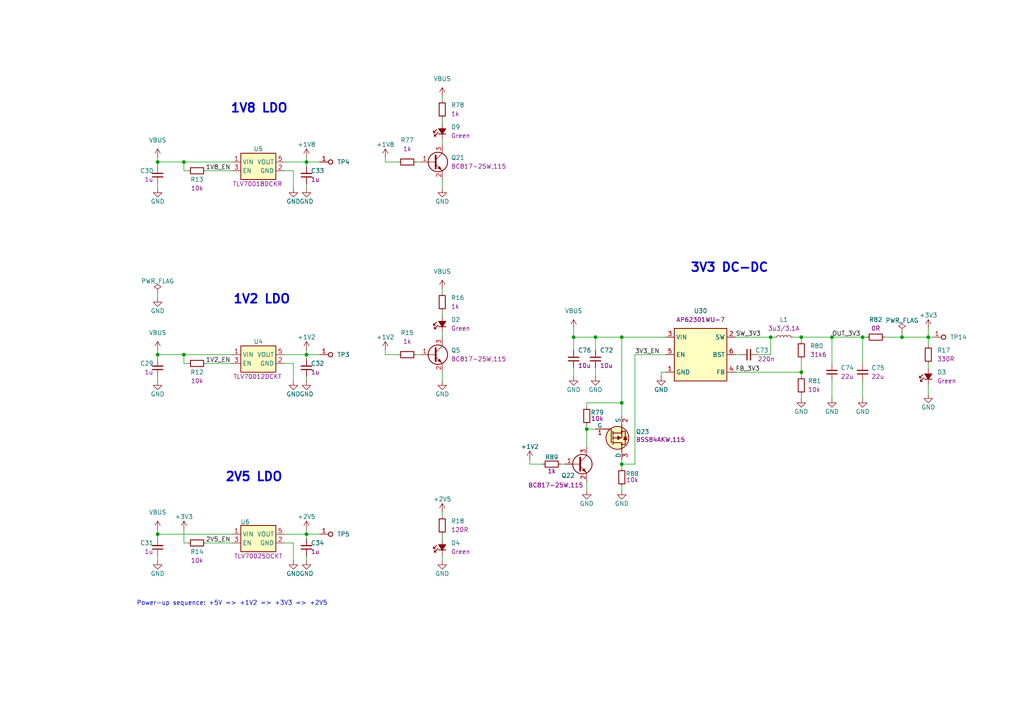
<source format=kicad_sch>
(kicad_sch (version 20231120) (generator "eeschema") (generator_version "8.0")
  (paper "A4")
  (title_block (title "LED Panel Board") (date "2025-02-04") (rev "1.0.0"))
  (junction (at 172.72 97.79))
  (junction (at 88.9 102.87))
  (junction (at 269.24 97.79))
  (junction (at 180.34 97.79))
  (junction (at 166.37 97.79))
  (junction (at 223.52 97.79))
  (junction (at 88.9 154.94))
  (junction (at 180.34 116.84))
  (junction (at 170.18 124.46))
  (junction (at 88.9 46.99))
  (junction (at 180.34 134.62))
  (junction (at 45.72 102.87))
  (junction (at 45.72 46.99))
  (junction (at 53.34 102.87))
  (junction (at 232.41 107.95))
  (junction (at 45.72 154.94))
  (junction (at 250.19 97.79))
  (junction (at 53.34 46.99))
  (junction (at 241.3 97.79))
  (junction (at 261.62 97.79))
  (junction (at 232.41 97.79))
  (wire (pts (xy 54.61 105.41) (xy 53.34 105.41)))
  (wire (pts (xy 172.72 106.68) (xy 172.72 109.22)))
  (wire (pts (xy 241.3 110.49) (xy 241.3 115.57)))
  (wire (pts (xy 153.67 134.62) (xy 157.48 134.62)))
  (wire (pts (xy 170.18 118.11) (xy 170.18 116.84)))
  (wire (pts (xy 45.72 102.87) (xy 53.34 102.87)))
  (wire (pts (xy 45.72 154.94) (xy 67.31 154.94)))
  (wire (pts (xy 82.55 154.94) (xy 88.9 154.94)))
  (wire (pts (xy 232.41 114.3) (xy 232.41 115.57)))
  (wire (pts (xy 82.55 157.48) (xy 85.09 157.48)))
  (wire (pts (xy 45.72 161.29) (xy 45.72 162.56)))
  (wire (pts (xy 85.09 105.41) (xy 85.09 110.49)))
  (wire (pts (xy 53.34 153.67) (xy 53.34 157.48)))
  (wire (pts (xy 45.72 153.67) (xy 45.72 154.94)))
  (wire (pts (xy 88.9 102.87) (xy 92.71 102.87)))
  (wire (pts (xy 59.69 157.48) (xy 67.31 157.48)))
  (wire (pts (xy 184.15 134.62) (xy 184.15 102.87)))
  (wire (pts (xy 241.3 97.79) (xy 232.41 97.79)))
  (wire (pts (xy 53.34 102.87) (xy 67.31 102.87)))
  (wire (pts (xy 223.52 97.79) (xy 224.79 97.79)))
  (wire (pts (xy 180.34 140.97) (xy 180.34 142.24)))
  (wire (pts (xy 128.27 40.64) (xy 128.27 41.91)))
  (wire (pts (xy 166.37 97.79) (xy 172.72 97.79)))
  (wire (pts (xy 269.24 111.76) (xy 269.24 114.3)))
  (wire (pts (xy 88.9 46.99) (xy 92.71 46.99)))
  (wire (pts (xy 128.27 96.52) (xy 128.27 97.79)))
  (wire (pts (xy 128.27 54.61) (xy 128.27 52.07)))
  (wire (pts (xy 180.34 134.62) (xy 180.34 135.89)))
  (wire (pts (xy 180.34 134.62) (xy 184.15 134.62)))
  (wire (pts (xy 128.27 27.94) (xy 128.27 29.21)))
  (wire (pts (xy 45.72 154.94) (xy 45.72 156.21)))
  (wire (pts (xy 269.24 97.79) (xy 269.24 100.33)))
  (wire (pts (xy 269.24 97.79) (xy 270.51 97.79)))
  (wire (pts (xy 45.72 46.99) (xy 45.72 48.26)))
  (wire (pts (xy 241.3 97.79) (xy 250.19 97.79)))
  (wire (pts (xy 166.37 95.25) (xy 166.37 97.79)))
  (wire (pts (xy 53.34 49.53) (xy 53.34 46.99)))
  (wire (pts (xy 111.76 45.72) (xy 111.76 46.99)))
  (wire (pts (xy 45.72 46.99) (xy 53.34 46.99)))
  (wire (pts (xy 229.87 97.79) (xy 232.41 97.79)))
  (wire (pts (xy 172.72 124.46) (xy 170.18 124.46)))
  (wire (pts (xy 59.69 49.53) (xy 67.31 49.53)))
  (wire (pts (xy 232.41 97.79) (xy 232.41 99.06)))
  (wire (pts (xy 111.76 102.87) (xy 115.57 102.87)))
  (wire (pts (xy 170.18 116.84) (xy 180.34 116.84)))
  (wire (pts (xy 45.72 101.6) (xy 45.72 102.87)))
  (wire (pts (xy 82.55 49.53) (xy 85.09 49.53)))
  (wire (pts (xy 170.18 124.46) (xy 170.18 129.54)))
  (wire (pts (xy 166.37 106.68) (xy 166.37 109.22)))
  (wire (pts (xy 219.71 102.87) (xy 223.52 102.87)))
  (wire (pts (xy 162.56 134.62) (xy 163.83 134.62)))
  (wire (pts (xy 53.34 105.41) (xy 53.34 102.87)))
  (wire (pts (xy 191.77 109.22) (xy 191.77 107.95)))
  (wire (pts (xy 88.9 101.6) (xy 88.9 102.87)))
  (wire (pts (xy 128.27 162.56) (xy 128.27 161.29)))
  (wire (pts (xy 120.65 102.87) (xy 121.92 102.87)))
  (wire (pts (xy 232.41 107.95) (xy 232.41 109.22)))
  (wire (pts (xy 180.34 97.79) (xy 180.34 116.84)))
  (wire (pts (xy 170.18 142.24) (xy 170.18 139.7)))
  (wire (pts (xy 88.9 45.72) (xy 88.9 46.99)))
  (wire (pts (xy 172.72 101.6) (xy 172.72 97.79)))
  (wire (pts (xy 180.34 97.79) (xy 193.04 97.79)))
  (wire (pts (xy 111.76 101.6) (xy 111.76 102.87)))
  (wire (pts (xy 88.9 46.99) (xy 88.9 48.26)))
  (wire (pts (xy 85.09 157.48) (xy 85.09 162.56)))
  (wire (pts (xy 53.34 46.99) (xy 67.31 46.99)))
  (wire (pts (xy 213.36 97.79) (xy 223.52 97.79)))
  (wire (pts (xy 170.18 124.46) (xy 170.18 123.19)))
  (wire (pts (xy 88.9 154.94) (xy 92.71 154.94)))
  (wire (pts (xy 88.9 53.34) (xy 88.9 54.61)))
  (wire (pts (xy 128.27 154.94) (xy 128.27 156.21)))
  (wire (pts (xy 153.67 133.35) (xy 153.67 134.62)))
  (wire (pts (xy 88.9 153.67) (xy 88.9 154.94)))
  (wire (pts (xy 88.9 109.22) (xy 88.9 110.49)))
  (wire (pts (xy 45.72 85.09) (xy 45.72 86.36)))
  (wire (pts (xy 213.36 102.87) (xy 214.63 102.87)))
  (wire (pts (xy 82.55 102.87) (xy 88.9 102.87)))
  (wire (pts (xy 128.27 34.29) (xy 128.27 35.56)))
  (wire (pts (xy 53.34 157.48) (xy 54.61 157.48)))
  (wire (pts (xy 45.72 45.72) (xy 45.72 46.99)))
  (wire (pts (xy 54.61 49.53) (xy 53.34 49.53)))
  (wire (pts (xy 180.34 116.84) (xy 180.34 120.65)))
  (wire (pts (xy 166.37 101.6) (xy 166.37 97.79)))
  (wire (pts (xy 232.41 104.14) (xy 232.41 107.95)))
  (wire (pts (xy 45.72 109.22) (xy 45.72 110.49)))
  (wire (pts (xy 180.34 133.35) (xy 180.34 134.62)))
  (wire (pts (xy 85.09 49.53) (xy 85.09 54.61)))
  (wire (pts (xy 88.9 161.29) (xy 88.9 162.56)))
  (wire (pts (xy 88.9 154.94) (xy 88.9 156.21)))
  (wire (pts (xy 250.19 97.79) (xy 251.46 97.79)))
  (wire (pts (xy 256.54 97.79) (xy 261.62 97.79)))
  (wire (pts (xy 59.69 105.41) (xy 67.31 105.41)))
  (wire (pts (xy 261.62 97.79) (xy 269.24 97.79)))
  (wire (pts (xy 172.72 97.79) (xy 180.34 97.79)))
  (wire (pts (xy 111.76 46.99) (xy 115.57 46.99)))
  (wire (pts (xy 128.27 83.82) (xy 128.27 85.09)))
  (wire (pts (xy 45.72 102.87) (xy 45.72 104.14)))
  (wire (pts (xy 128.27 90.17) (xy 128.27 91.44)))
  (wire (pts (xy 241.3 105.41) (xy 241.3 97.79)))
  (wire (pts (xy 250.19 110.49) (xy 250.19 115.57)))
  (wire (pts (xy 120.65 46.99) (xy 121.92 46.99)))
  (wire (pts (xy 128.27 110.49) (xy 128.27 107.95)))
  (wire (pts (xy 184.15 102.87) (xy 193.04 102.87)))
  (wire (pts (xy 82.55 105.41) (xy 85.09 105.41)))
  (wire (pts (xy 128.27 148.59) (xy 128.27 149.86)))
  (wire (pts (xy 250.19 105.41) (xy 250.19 97.79)))
  (wire (pts (xy 223.52 102.87) (xy 223.52 97.79)))
  (wire (pts (xy 213.36 107.95) (xy 232.41 107.95)))
  (wire (pts (xy 191.77 107.95) (xy 193.04 107.95)))
  (wire (pts (xy 82.55 46.99) (xy 88.9 46.99)))
  (wire (pts (xy 261.62 96.52) (xy 261.62 97.79)))
  (wire (pts (xy 45.72 53.34) (xy 45.72 54.61)))
  (wire (pts (xy 269.24 95.25) (xy 269.24 97.79)))
  (wire (pts (xy 88.9 102.87) (xy 88.9 104.14)))
  (wire (pts (xy 269.24 105.41) (xy 269.24 106.68)))
  (text "1V2 LDO" (at 75.946 86.868 0) (effects (font (size 2.54 2.54) (thickness 0.508) (bold yes))))
  (text "3V3 DC-DC" (at 211.582 77.724 0) (effects (font (size 2.54 2.54) (thickness 0.508) (bold yes))))
  (text "2V5 LDO" (at 73.66 138.43 0) (effects (font (size 2.54 2.54) (thickness 0.508) (bold yes))))
  (text "Power-up sequence: +5V => +1V2 => +3V3 => +2V5" (at 67.31 175.006 0) (effects (font (size 1.27 1.27))))
  (text "1V8 LDO" (at 75.184 31.496 0) (effects (font (size 2.54 2.54) (thickness 0.508) (bold yes))))
  (label "1V8_EN" (at 59.69 49.53 0))
  (label "1V2_EN" (at 59.69 105.41 0))
  (label "3V3_EN" (at 184.15 102.87 0))
  (label "OUT_3V3" (at 241.3 97.79 0))
  (label "SW_3V3" (at 213.36 97.79 0))
  (label "FB_3V3" (at 213.36 107.95 0))
  (label "2V5_EN" (at 59.69 157.48 0))
  (symbol (lib_id "antmicroResistors0402:R_1k_0402") (at 128.27 29.21 270) (unit 1)
    (property "Reference" "R78" (at 130.81 30.48 90) (effects (justify left)))
    (property "Value" "R_1k_0402" (effects (hide yes)))
    (property "Footprint" "antmicro-footprints:R_0402_1005Metric" (effects (hide yes)))
    (property "Datasheet" "https://www.bourns.com/docs/product-datasheets/cr.pdf" (effects (hide yes)))
    (property "Description" "SMD Chip Resistor, 1 kohm, ± 1%, 63 mW, 0402 [1005 Metric], Thick Film, General Purpose" (effects (hide yes)))
    (property "MPN" "CR0402-FX-1001GLF" (effects (hide yes)))
    (property "Manufacturer" "Bourns" (effects (hide yes)))
    (property "License" "Apache-2.0" (effects (hide yes)))
    (property "Author" "Antmicro" (effects (hide yes)))
    (property "Val" "1k" (at 130.81 33.02 90) (effects (justify left)))
    (property "Tolerance" "1%" (effects (hide yes)))
  )
  (symbol (lib_id "antmicroCapacitors0402:C_1u_16V_0402") (at 45.72 161.29 90) (unit 1)
    (property "Reference" "C31" (at 40.64 157.48 90) (effects (justify right)))
    (property "Value" "C_1u_16V_0402" (effects (hide yes)))
    (property "Footprint" "antmicro-footprints:C_0402_1005Metric" (effects (hide yes)))
    (property "Datasheet" "https://www.kemet.com/en/us/capacitors/product/C0402C105M4PACTU.html" (effects (hide yes)))
    (property "Description" "SMD Multilayer Ceramic Capacitor, 1 µF, 16 V, 0402 [1005 Metric], ± 20%, X5R, C Series KEMET" (effects (hide yes)))
    (property "MPN" "C0402C105M4PACTU" (effects (hide yes)))
    (property "Manufacturer" "KEMET" (effects (hide yes)))
    (property "License" "Apache-2.0" (effects (hide yes)))
    (property "Author" "Antmicro" (effects (hide yes)))
    (property "Val" "1u" (at 41.91 160.02 90) (effects (justify right)))
    (property "Voltage" "16V" (effects (hide yes)))
  )
  (symbol (lib_id "antmicropower:GND") (at 45.72 54.61 0) (unit 1)
    (property "Reference" "#PWR0224" (effects (hide yes)))
    (property "Value" "GND" (at 45.72 58.42 0))
    (property "Author" "Antmicro" (effects (hide yes)))
    (property "License" "Apache-2.0" (effects (hide yes)))
  )
  (symbol (lib_id "antmicropower:VBUS") (at 128.27 27.94 0) (unit 1)
    (property "Reference" "#PWR0229" (effects (hide yes)))
    (property "Value" "VBUS" (at 128.27 22.86 0))
  )
  (symbol (lib_id "antmicroCapacitors0402:C_1u_16V_0402") (at 45.72 53.34 90) (unit 1)
    (property "Reference" "C30" (at 40.64 49.53 90) (effects (justify right)))
    (property "Value" "C_1u_16V_0402" (effects (hide yes)))
    (property "Footprint" "antmicro-footprints:C_0402_1005Metric" (effects (hide yes)))
    (property "Datasheet" "https://www.kemet.com/en/us/capacitors/product/C0402C105M4PACTU.html" (effects (hide yes)))
    (property "Description" "SMD Multilayer Ceramic Capacitor, 1 µF, 16 V, 0402 [1005 Metric], ± 20%, X5R, C Series KEMET" (effects (hide yes)))
    (property "MPN" "C0402C105M4PACTU" (effects (hide yes)))
    (property "Manufacturer" "KEMET" (effects (hide yes)))
    (property "License" "Apache-2.0" (effects (hide yes)))
    (property "Author" "Antmicro" (effects (hide yes)))
    (property "Val" "1u" (at 41.91 52.07 90) (effects (justify right)))
    (property "Voltage" "16V" (effects (hide yes)))
  )
  (symbol (lib_id "antmicroTransistorsFETsMOSFETsSingle:BSS84AKW") (at 172.72 124.46 0) (mirror x) (unit 1)
    (property "Reference" "Q23" (at 184.404 125.222 0) (effects (justify left)))
    (property "Value" "BSS84AKW" (effects (hide yes)))
    (property "Footprint" "antmicro-footprints:SOT-323" (effects (hide yes)))
    (property "Datasheet" "https://assets.nexperia.com/documents/data-sheet/BSS84AKW.pdf" (effects (hide yes)))
    (property "Description" "Power MOSFET, P Channel, 50 V, 150 mA, 4.5 ohm, SOT-323, Surface Mount" (effects (hide yes)))
    (property "MPN" "BSS84AKW,115" (at 184.404 127.508 0) (effects (justify left)))
    (property "Manufacturer" "Nexperia" (effects (hide yes)))
    (property "Author" "Antmicro" (effects (hide yes)))
    (property "License" "Apache-2.0" (effects (hide yes)))
  )
  (symbol (lib_id "antmicropower:GND") (at 128.27 110.49 0) (unit 1)
    (property "Reference" "#PWR069" (effects (hide yes)))
    (property "Value" "GND" (at 128.27 114.3 0))
    (property "Author" "Antmicro" (effects (hide yes)))
    (property "License" "Apache-2.0" (effects (hide yes)))
  )
  (symbol (lib_id "antmicropower:+1V2") (at 111.76 101.6 0) (unit 1)
    (property "Reference" "#PWR067" (effects (hide yes)))
    (property "Value" "+1V2" (at 111.76 97.79 0))
  )
  (symbol (lib_id "antmicropower:+2V5") (at 128.27 148.59 0) (unit 1)
    (property "Reference" "#PWR072" (effects (hide yes)))
    (property "Value" "+2V5" (at 128.27 144.78 0))
  )
  (symbol (lib_id "antmicropower:GND") (at 180.34 142.24 0) (unit 1)
    (property "Reference" "#PWR0124" (effects (hide yes)))
    (property "Value" "GND" (at 180.34 146.05 0))
    (property "Author" "Antmicro" (effects (hide yes)))
    (property "License" "Apache-2.0" (effects (hide yes)))
  )
  (symbol (lib_id "antmicroFixedInductors:L_3u3_3.1A_Bourns-SRP3212A") (at 224.79 97.79 0) (unit 1)
    (property "Reference" "L1" (at 227.33 92.71 0))
    (property "Value" "L_3u3_3.1A_Bourns-SRP3212A" (effects (hide yes)))
    (property "Footprint" "antmicro-footprints:L_Bourns-SRP3212A" (effects (hide yes)))
    (property "Datasheet" "https://www.mouser.com/datasheet/2/54/SRP3212A-3011944.pdf" (effects (hide yes)))
    (property "Val" "3u3/3.1A" (at 227.33 95.25 0))
    (property "Manufacturer" "Bourns" (effects (hide yes)))
    (property "MPN" "SRP3212-3R3M" (effects (hide yes)))
    (property "ISat" "3.4 A" (effects (hide yes)))
    (property "IMax" "3.1 A" (effects (hide yes)))
    (property "Size" "3.2x2.5" (effects (hide yes)))
    (property "Author" "Antmicro" (effects (hide yes)))
    (property "License" "Apache-2.0" (effects (hide yes)))
  )
  (symbol (lib_id "antmicroPMICVoltageRegulatorsLinear:TLV70012_SC70") (at 67.31 102.87 0) (unit 1)
    (property "Reference" "U4" (at 74.93 99.06 0))
    (property "Value" "TLV70012_SC70" (effects (hide yes)))
    (property "Footprint" "antmicro-footprints:SC-70-5" (effects (hide yes)))
    (property "Datasheet" "https://www.ti.com/general/docs/suppproductinfo.tsp?distId=26&gotoUrl=http%3A%2F%2Fwww.ti.com%2Flit%2Fgpn%2Ftlv700" (effects (hide yes)))
    (property "Description" "Linear voltage regulator" (effects (hide yes)))
    (property "MPN" "TLV70012DCKT" (at 74.676 109.22 0))
    (property "Manufacturer" "Texas Instruments" (effects (hide yes)))
    (property "Author" "Antmicro" (effects (hide yes)))
    (property "License" "Apache-2.0" (effects (hide yes)))
  )
  (symbol (lib_id "antmicropower:+3V3") (at 269.24 95.25 0) (unit 1)
    (property "Reference" "#PWR0234" (effects (hide yes)))
    (property "Value" "+3V3" (at 269.24 91.44 0))
    (property "Author" "Antmicro" (effects (hide yes)))
    (property "License" "Apache-2.0" (effects (hide yes)))
  )
  (symbol (lib_id "antmicropower:GND") (at 85.09 110.49 0) (unit 1)
    (property "Reference" "#PWR058" (effects (hide yes)))
    (property "Value" "GND" (at 85.09 114.3 0))
    (property "Author" "Antmicro" (effects (hide yes)))
    (property "License" "Apache-2.0" (effects (hide yes)))
  )
  (symbol (lib_id "antmicroCapacitors0402:C_1u_16V_0402") (at 88.9 161.29 90) (unit 1)
    (property "Reference" "C34" (at 90.17 157.48 90) (effects (justify right)))
    (property "Value" "C_1u_16V_0402" (effects (hide yes)))
    (property "Footprint" "antmicro-footprints:C_0402_1005Metric" (effects (hide yes)))
    (property "Datasheet" "https://www.kemet.com/en/us/capacitors/product/C0402C105M4PACTU.html" (effects (hide yes)))
    (property "Description" "SMD Multilayer Ceramic Capacitor, 1 µF, 16 V, 0402 [1005 Metric], ± 20%, X5R, C Series KEMET" (effects (hide yes)))
    (property "MPN" "C0402C105M4PACTU" (effects (hide yes)))
    (property "Manufacturer" "KEMET" (effects (hide yes)))
    (property "License" "Apache-2.0" (effects (hide yes)))
    (property "Author" "Antmicro" (effects (hide yes)))
    (property "Val" "1u" (at 90.17 160.02 90) (effects (justify right)))
    (property "Voltage" "16V" (effects (hide yes)))
  )
  (symbol (lib_id "antmicroLEDIndicationDiscrete:LED_G_0603_KP-1608CGCK") (at 128.27 96.52 90) (unit 1)
    (property "Reference" "D2" (at 130.81 92.71 90) (effects (justify right)))
    (property "Value" "LED_G_0603_KP-1608CGCK" (effects (hide yes)))
    (property "Footprint" "antmicro-footprints:LED_0603_1608Metric_G" (effects (hide yes)))
    (property "Datasheet" "http://www.kingbright.com/attachments/file/psearch//000/00/00/KP-1608CGCK(Ver.23B).pdf" (effects (hide yes)))
    (property "Description" "LED, Green, SMD, 0603, 20 mA, 2.1 V, 570 nm" (effects (hide yes)))
    (property "MPN" "KP-1608CGCK" (effects (hide yes)))
    (property "Manufacturer" "Kingbright" (effects (hide yes)))
    (property "Color" "Green" (at 130.81 95.2499 90) (effects (justify right)))
    (property "Author" "Antmicro" (effects (hide yes)))
    (property "License" "Apache-2.0" (effects (hide yes)))
  )
  (symbol (lib_id "antmicropower:GND") (at 45.72 110.49 0) (unit 1)
    (property "Reference" "#PWR051" (effects (hide yes)))
    (property "Value" "GND" (at 45.72 114.3 0))
    (property "Author" "Antmicro" (effects (hide yes)))
    (property "License" "Apache-2.0" (effects (hide yes)))
  )
  (symbol (lib_id "antmicroCapacitors0402:C_22u_0402") (at 250.19 110.49 90) (unit 1)
    (property "Reference" "C75" (at 252.73 106.68 90) (effects (justify right)))
    (property "Value" "C_22u_0402" (effects (hide yes)))
    (property "Footprint" "antmicro-footprints:C_0402_1005Metric" (effects (hide yes)))
    (property "Datasheet" "https://www.murata.com/products/productdetail?partno=GRM158R60J226ME01%23" (effects (hide yes)))
    (property "MPN" "GRM158R60J226ME01D" (effects (hide yes)))
    (property "Manufacturer" "Murata" (effects (hide yes)))
    (property "License" "Apache-2.0" (effects (hide yes)))
    (property "Author" "Antmicro" (effects (hide yes)))
    (property "Val" "22u" (at 252.73 109.22 90) (effects (justify right)))
  )
  (symbol (lib_id "antmicroResistors0402:R_330R_0402") (at 269.24 105.41 90) (unit 1)
    (property "Reference" "R17" (at 271.78 101.6 90) (effects (justify right)))
    (property "Value" "R_330R_0402" (effects (hide yes)))
    (property "Footprint" "antmicro-footprints:R_0402_1005Metric" (effects (hide yes)))
    (property "Datasheet" "https://www.bourns.com/docs/product-datasheets/cr.pdf" (effects (hide yes)))
    (property "Description" "SMD Chip Resistor, 330 ohm, ± 1%, 62.5 mW, 0402 [1005 Metric], Thick Film, General Purpose" (effects (hide yes)))
    (property "MPN" "CR0402-FX-3300GLF" (effects (hide yes)))
    (property "Manufacturer" "Bourns" (effects (hide yes)))
    (property "License" "Apache-2.0" (effects (hide yes)))
    (property "Author" "Antmicro" (effects (hide yes)))
    (property "Val" "330R" (at 271.78 104.14 90) (effects (justify right)))
    (property "Tolerance" "1%" (effects (hide yes)))
  )
  (symbol (lib_id "antmicroCapacitors0402:C_10u_0402") (at 172.72 106.68 90) (unit 1)
    (property "Reference" "C72" (at 173.99 101.6 90) (effects (justify right)))
    (property "Value" "C_10u_0402" (effects (hide yes)))
    (property "Footprint" "antmicro-footprints:C_0402_1005Metric" (effects (hide yes)))
    (property "Datasheet" "https://www.yageo.com/en/Chart/Download/pdf/CC0402MRX5R5BB106" (effects (hide yes)))
    (property "Description" "SMD Multilayer Ceramic Capacitor, 10 µF, 6.3 V, 0402 [1005 Metric], ± 20%, X5R, CC Series" (effects (hide yes)))
    (property "MPN" "CC0402MRX5R5BB106" (effects (hide yes)))
    (property "Manufacturer" "YAGEO" (effects (hide yes)))
    (property "License" "Apache-2.0" (effects (hide yes)))
    (property "Author" "Antmicro" (effects (hide yes)))
    (property "Val" "10u" (at 173.99 106.045 90) (effects (justify right)))
    (property "Voltage" "25V" (effects (hide yes)))
  )
  (symbol (lib_id "antmicropower:GND") (at 85.09 162.56 0) (unit 1)
    (property "Reference" "#PWR060" (effects (hide yes)))
    (property "Value" "GND" (at 85.09 166.37 0))
    (property "Author" "Antmicro" (effects (hide yes)))
    (property "License" "Apache-2.0" (effects (hide yes)))
  )
  (symbol (lib_id "antmicropower:+3V3") (at 53.34 153.67 0) (unit 1)
    (property "Reference" "#PWR057" (effects (hide yes)))
    (property "Value" "+3V3" (at 53.34 149.86 0))
    (property "Author" "Antmicro" (effects (hide yes)))
    (property "License" "Apache-2.0" (effects (hide yes)))
  )
  (symbol (lib_id "antmicroTestPoints:TP_0.75mm_SMD") (at 92.71 46.99 0) (mirror x) (unit 1) (in_bom no)
    (property "Reference" "TP4" (at 97.79 46.99 0) (effects (justify left)))
    (property "Value" "TP_0.75mm_SMD" (effects (hide yes)))
    (property "Footprint" "antmicro-footprints:TP_SMD_0.75mm" (effects (hide yes)))
    (property "Description" "SMT test point" (effects (hide yes)))
    (property "Author" "Antmicro" (effects (hide yes)))
    (property "License" "Apache-2.0" (effects (hide yes)))
  )
  (symbol (lib_id "antmicroPMICVoltageRegulatorsLinear:TLV70018_SC70") (at 67.31 46.99 0) (unit 1)
    (property "Reference" "U5" (at 74.93 43.18 0))
    (property "Value" "TLV70018_SC70" (effects (hide yes)))
    (property "Footprint" "antmicro-footprints:SC-70-5" (effects (hide yes)))
    (property "Datasheet" "https://www.ti.com/general/docs/suppproductinfo.tsp?distId=26&gotoUrl=http%3A%2F%2Fwww.ti.com%2Flit%2Fgpn%2Ftlv700" (effects (hide yes)))
    (property "Description" "Fixed LDO Voltage Regulator, 2V to 5.5V, 175mV drop, 1.8V/200mA out, SC-70-5" (effects (hide yes)))
    (property "MPN" "TLV70018DCKR" (at 74.676 53.34 0))
    (property "Manufacturer" "Texas Instruments" (effects (hide yes)))
    (property "Author" "Antmicro" (effects (hide yes)))
    (property "License" "Apache-2.0" (effects (hide yes)))
  )
  (symbol (lib_id "antmicroResistors0603:R_120R_0603") (at 128.27 154.94 270) (mirror x) (unit 1)
    (property "Reference" "R18" (at 130.81 151.13 90) (effects (justify left)))
    (property "Value" "R_120R_0603" (effects (hide yes)))
    (property "Footprint" "antmicro-footprints:R_0603_1608Metric" (effects (hide yes)))
    (property "Datasheet" "https://www.bourns.com/docs/product-datasheets/cr.pdf" (effects (hide yes)))
    (property "Description" "SMD Chip Resistor, 120 ohm, ± 1%, 100 mW, 0603 [1608 Metric], Thick Film, General Purpose" (effects (hide yes)))
    (property "MPN" "CR0603-FX-1200ELF" (effects (hide yes)))
    (property "Manufacturer" "Bourns" (effects (hide yes)))
    (property "License" "Apache-2.0" (effects (hide yes)))
    (property "Author" "Antmicro" (effects (hide yes)))
    (property "Val" "120R" (at 130.81 153.67 90) (effects (justify left)))
    (property "Tolerance" "1%" (effects (hide yes)))
  )
  (symbol (lib_id "antmicroTestPoints:TP_0.75mm_SMD") (at 92.71 154.94 0) (mirror x) (unit 1) (in_bom no)
    (property "Reference" "TP5" (at 97.79 154.94 0) (effects (justify left)))
    (property "Value" "TP_0.75mm_SMD" (effects (hide yes)))
    (property "Footprint" "antmicro-footprints:TP_SMD_0.75mm" (effects (hide yes)))
    (property "Description" "SMT test point" (effects (hide yes)))
    (property "Author" "Antmicro" (effects (hide yes)))
    (property "License" "Apache-2.0" (effects (hide yes)))
  )
  (symbol (lib_id "antmicropower:PWR_FLAG") (at 45.72 85.09 0) (unit 1)
    (property "Reference" "#FLG02" (effects (hide yes)))
    (property "Value" "PWR_FLAG" (at 45.72 81.534 0))
  )
  (symbol (lib_id "antmicroTransistorsBipolarSingle:BC817-25W") (at 121.92 46.99 0) (unit 1)
    (property "Reference" "Q21" (at 130.81 45.72 0) (effects (justify left)))
    (property "Value" "BC817-25W" (effects (hide yes)))
    (property "Footprint" "antmicro-footprints:SOT-323" (effects (hide yes)))
    (property "Datasheet" "https://assets.nexperia.com/documents/data-sheet/BC817W_SER.pdf" (effects (hide yes)))
    (property "Description" "Bipolar (BJT) Single Transistor, NPN, 45 V, 500 mA, 200 mW, SOT-323, Surface Mount" (effects (hide yes)))
    (property "MPN" "BC817-25W,115" (at 130.81 48.26 0) (effects (justify left)))
    (property "Manufacturer" "Nexperia" (effects (hide yes)))
    (property "Author" "Antmicro" (effects (hide yes)))
    (property "License" "Apache-2.0" (effects (hide yes)))
  )
  (symbol (lib_id "antmicropower:GND") (at 232.41 115.57 0) (unit 1)
    (property "Reference" "#PWR0236" (effects (hide yes)))
    (property "Value" "GND" (at 232.41 119.38 0))
    (property "Author" "Antmicro" (effects (hide yes)))
    (property "License" "Apache-2.0" (effects (hide yes)))
  )
  (symbol (lib_id "antmicropower:GND") (at 191.77 109.22 0) (unit 1)
    (property "Reference" "#PWR0235" (effects (hide yes)))
    (property "Value" "GND" (at 191.77 113.03 0))
    (property "Author" "Antmicro" (effects (hide yes)))
    (property "License" "Apache-2.0" (effects (hide yes)))
  )
  (symbol (lib_id "antmicroResistors0402:R_10k_0402") (at 180.34 135.89 270) (unit 1)
    (property "Reference" "R88" (at 183.388 137.414 90))
    (property "Value" "R_10k_0402" (effects (hide yes)))
    (property "Footprint" "antmicro-footprints:R_0402_1005Metric" (effects (hide yes)))
    (property "Datasheet" "https://www.bourns.com/docs/product-datasheets/cr.pdf" (effects (hide yes)))
    (property "Description" "SMD Chip Resistor, 10 kohm, ± 1%, 62.5 mW, 0402 [1005 Metric], Thick Film, General Purpose" (effects (hide yes)))
    (property "MPN" "CR0402-FX-1002GLF" (effects (hide yes)))
    (property "Manufacturer" "Bourns" (effects (hide yes)))
    (property "License" "Apache-2.0" (effects (hide yes)))
    (property "Author" "Antmicro" (effects (hide yes)))
    (property "Val" "10k" (at 183.388 139.192 90))
    (property "Tolerance" "1%" (effects (hide yes)))
  )
  (symbol (lib_id "antmicropower:GND") (at 128.27 162.56 0) (unit 1)
    (property "Reference" "#PWR073" (effects (hide yes)))
    (property "Value" "GND" (at 128.27 166.37 0))
    (property "Author" "Antmicro" (effects (hide yes)))
    (property "License" "Apache-2.0" (effects (hide yes)))
  )
  (symbol (lib_id "antmicroResistors0402:R_0R_0402") (at 251.46 97.79 0) (unit 1)
    (property "Reference" "R82" (at 254 92.71 0))
    (property "Value" "R_0R_0402" (effects (hide yes)))
    (property "Footprint" "antmicro-footprints:R_0402_1005Metric" (effects (hide yes)))
    (property "Datasheet" "https://industrial.panasonic.com/cdbs/www-data/pdf/RDA0000/AOA0000C301.pdf" (effects (hide yes)))
    (property "Description" "SMD Chip Resistor, Jumper, 0 ohm, 100 mW, 0402 [1005 Metric], Thick Film, General Purpose" (effects (hide yes)))
    (property "MPN" "ERJ2GE0R00X" (effects (hide yes)))
    (property "Manufacturer" "Panasonic" (effects (hide yes)))
    (property "License" "Apache-2.0" (effects (hide yes)))
    (property "Author" "Antmicro" (effects (hide yes)))
    (property "Val" "0R" (at 254 95.25 0))
    (property "Current" "1A" (effects (hide yes)))
  )
  (symbol (lib_id "antmicropower:GND") (at 45.72 162.56 0) (unit 1)
    (property "Reference" "#PWR055" (effects (hide yes)))
    (property "Value" "GND" (at 45.72 166.37 0))
    (property "Author" "Antmicro" (effects (hide yes)))
    (property "License" "Apache-2.0" (effects (hide yes)))
  )
  (symbol (lib_id "antmicroResistors0402:R_31k6_0402") (at 232.41 104.14 90) (unit 1)
    (property "Reference" "R80" (at 234.95 100.33 90) (effects (justify right)))
    (property "Value" "R_31k6_0402" (effects (hide yes)))
    (property "Footprint" "antmicro-footprints:R_0402_1005Metric" (effects (hide yes)))
    (property "Datasheet" "https://www.bourns.com/docs/product-datasheets/cr.pdf" (effects (hide yes)))
    (property "Description" "SMD Chip Resistor" (effects (hide yes)))
    (property "MPN" "CR0402-FX-3162GLF" (effects (hide yes)))
    (property "Manufacturer" "Bourns" (effects (hide yes)))
    (property "License" "Apache-2.0" (effects (hide yes)))
    (property "Author" "Antmicro" (effects (hide yes)))
    (property "Val" "31k6" (at 234.95 102.87 90) (effects (justify right)))
    (property "Tolerance" "1%" (effects (hide yes)))
  )
  (symbol (lib_id "antmicroTransistorsBipolarSingle:BC817-25W") (at 163.83 134.62 0) (unit 1)
    (property "Reference" "Q22" (at 162.814 137.922 0) (effects (justify left)))
    (property "Value" "BC817-25W" (effects (hide yes)))
    (property "Footprint" "antmicro-footprints:SOT-323" (effects (hide yes)))
    (property "Datasheet" "https://assets.nexperia.com/documents/data-sheet/BC817W_SER.pdf" (effects (hide yes)))
    (property "Description" "Bipolar (BJT) Single Transistor, NPN, 45 V, 500 mA, 200 mW, SOT-323, Surface Mount" (effects (hide yes)))
    (property "MPN" "BC817-25W,115" (at 153.162 140.716 0) (effects (justify left)))
    (property "Manufacturer" "Nexperia" (effects (hide yes)))
    (property "Author" "Antmicro" (effects (hide yes)))
    (property "License" "Apache-2.0" (effects (hide yes)))
  )
  (symbol (lib_id "antmicropower:GND") (at 45.72 86.36 0) (unit 1)
    (property "Reference" "#PWR0123" (effects (hide yes)))
    (property "Value" "GND" (at 45.72 90.17 0))
    (property "Author" "Antmicro" (effects (hide yes)))
    (property "License" "Apache-2.0" (effects (hide yes)))
  )
  (symbol (lib_id "antmicroResistors0402:R_1k_0402") (at 128.27 85.09 270) (unit 1)
    (property "Reference" "R16" (at 130.81 86.36 90) (effects (justify left)))
    (property "Value" "R_1k_0402" (effects (hide yes)))
    (property "Footprint" "antmicro-footprints:R_0402_1005Metric" (effects (hide yes)))
    (property "Datasheet" "https://www.bourns.com/docs/product-datasheets/cr.pdf" (effects (hide yes)))
    (property "Description" "SMD Chip Resistor, 1 kohm, ± 1%, 63 mW, 0402 [1005 Metric], Thick Film, General Purpose" (effects (hide yes)))
    (property "MPN" "CR0402-FX-1001GLF" (effects (hide yes)))
    (property "Manufacturer" "Bourns" (effects (hide yes)))
    (property "License" "Apache-2.0" (effects (hide yes)))
    (property "Author" "Antmicro" (effects (hide yes)))
    (property "Val" "1k" (at 130.81 88.9 90) (effects (justify left)))
    (property "Tolerance" "1%" (effects (hide yes)))
  )
  (symbol (lib_id "antmicroCapacitors0402:C_10u_0402") (at 166.37 106.68 90) (unit 1)
    (property "Reference" "C76" (at 167.64 101.6 90) (effects (justify right)))
    (property "Value" "C_10u_0402" (effects (hide yes)))
    (property "Footprint" "antmicro-footprints:C_0402_1005Metric" (effects (hide yes)))
    (property "Datasheet" "https://www.yageo.com/en/Chart/Download/pdf/CC0402MRX5R5BB106" (effects (hide yes)))
    (property "Description" "SMD Multilayer Ceramic Capacitor, 10 µF, 6.3 V, 0402 [1005 Metric], ± 20%, X5R, CC Series" (effects (hide yes)))
    (property "MPN" "CC0402MRX5R5BB106" (effects (hide yes)))
    (property "Manufacturer" "YAGEO" (effects (hide yes)))
    (property "License" "Apache-2.0" (effects (hide yes)))
    (property "Author" "Antmicro" (effects (hide yes)))
    (property "Val" "10u" (at 167.64 106.045 90) (effects (justify right)))
    (property "Voltage" "25V" (effects (hide yes)))
  )
  (symbol (lib_id "antmicroCapacitors0402:C_1u_16V_0402") (at 45.72 109.22 90) (unit 1)
    (property "Reference" "C29" (at 40.64 105.41 90) (effects (justify right)))
    (property "Value" "C_1u_16V_0402" (effects (hide yes)))
    (property "Footprint" "antmicro-footprints:C_0402_1005Metric" (effects (hide yes)))
    (property "Datasheet" "https://www.kemet.com/en/us/capacitors/product/C0402C105M4PACTU.html" (effects (hide yes)))
    (property "Description" "SMD Multilayer Ceramic Capacitor, 1 µF, 16 V, 0402 [1005 Metric], ± 20%, X5R, C Series KEMET" (effects (hide yes)))
    (property "MPN" "C0402C105M4PACTU" (effects (hide yes)))
    (property "Manufacturer" "KEMET" (effects (hide yes)))
    (property "License" "Apache-2.0" (effects (hide yes)))
    (property "Author" "Antmicro" (effects (hide yes)))
    (property "Val" "1u" (at 41.91 107.95 90) (effects (justify right)))
    (property "Voltage" "16V" (effects (hide yes)))
  )
  (symbol (lib_id "antmicroCapacitors0402:C_220n_0402") (at 214.63 102.87 0) (unit 1)
    (property "Reference" "C73" (at 220.98 101.6 0))
    (property "Value" "C_220n_0402" (effects (hide yes)))
    (property "Footprint" "antmicro-footprints:C_0402_1005Metric" (effects (hide yes)))
    (property "Datasheet" "https://www.yageo.com/en/Chart/Download/pdf/CC0402KRX5R6BB224" (effects (hide yes)))
    (property "MPN" "CC0402KRX5R6BB224" (effects (hide yes)))
    (property "Manufacturer" "YAGEO" (effects (hide yes)))
    (property "License" "Apache-2.0" (effects (hide yes)))
    (property "Author" "Antmicro" (effects (hide yes)))
    (property "Val" "220n" (at 222.25 104.14 0))
  )
  (symbol (lib_id "antmicropower:GND") (at 166.37 109.22 0) (unit 1)
    (property "Reference" "#PWR052" (effects (hide yes)))
    (property "Value" "GND" (at 166.37 113.03 0))
    (property "Author" "Antmicro" (effects (hide yes)))
    (property "License" "Apache-2.0" (effects (hide yes)))
  )
  (symbol (lib_id "antmicropower:VBUS") (at 45.72 45.72 0) (unit 1)
    (property "Reference" "#PWR0223" (effects (hide yes)))
    (property "Value" "VBUS" (at 45.72 40.64 0))
  )
  (symbol (lib_id "antmicropower:GND") (at 170.18 142.24 0) (unit 1)
    (property "Reference" "#PWR0239" (effects (hide yes)))
    (property "Value" "GND" (at 170.18 146.05 0))
    (property "Author" "Antmicro" (effects (hide yes)))
    (property "License" "Apache-2.0" (effects (hide yes)))
  )
  (symbol (lib_id "antmicroResistors0402:R_1k_0402") (at 162.56 134.62 180) (unit 1)
    (property "Reference" "R89" (at 160.02 132.588 0))
    (property "Value" "R_1k_0402" (effects (hide yes)))
    (property "Footprint" "antmicro-footprints:R_0402_1005Metric" (effects (hide yes)))
    (property "Datasheet" "https://www.bourns.com/docs/product-datasheets/cr.pdf" (effects (hide yes)))
    (property "Description" "SMD Chip Resistor, 1 kohm, ± 1%, 63 mW, 0402 [1005 Metric], Thick Film, General Purpose" (effects (hide yes)))
    (property "MPN" "CR0402-FX-1001GLF" (effects (hide yes)))
    (property "Manufacturer" "Bourns" (effects (hide yes)))
    (property "License" "Apache-2.0" (effects (hide yes)))
    (property "Author" "Antmicro" (effects (hide yes)))
    (property "Val" "1k" (at 160.02 136.652 0))
    (property "Tolerance" "1%" (effects (hide yes)))
  )
  (symbol (lib_id "antmicroTransistorsBipolarSingle:BC817-25W") (at 121.92 102.87 0) (unit 1)
    (property "Reference" "Q5" (at 130.81 101.6 0) (effects (justify left)))
    (property "Value" "BC817-25W" (effects (hide yes)))
    (property "Footprint" "antmicro-footprints:SOT-323" (effects (hide yes)))
    (property "Datasheet" "https://assets.nexperia.com/documents/data-sheet/BC817W_SER.pdf" (effects (hide yes)))
    (property "Description" "Bipolar (BJT) Single Transistor, NPN, 45 V, 500 mA, 200 mW, SOT-323, Surface Mount" (effects (hide yes)))
    (property "MPN" "BC817-25W,115" (at 130.81 104.14 0) (effects (justify left)))
    (property "Manufacturer" "Nexperia" (effects (hide yes)))
    (property "Author" "Antmicro" (effects (hide yes)))
    (property "License" "Apache-2.0" (effects (hide yes)))
  )
  (symbol (lib_id "antmicropower:VBUS") (at 45.72 101.6 0) (unit 1)
    (property "Reference" "#PWR050" (effects (hide yes)))
    (property "Value" "VBUS" (at 45.72 96.52 0))
  )
  (symbol (lib_id "antmicroResistors0402:R_1k_0402") (at 120.65 102.87 180) (unit 1)
    (property "Reference" "R15" (at 118.11 96.52 0))
    (property "Value" "R_1k_0402" (effects (hide yes)))
    (property "Footprint" "antmicro-footprints:R_0402_1005Metric" (effects (hide yes)))
    (property "Datasheet" "https://www.bourns.com/docs/product-datasheets/cr.pdf" (effects (hide yes)))
    (property "Description" "SMD Chip Resistor, 1 kohm, ± 1%, 63 mW, 0402 [1005 Metric], Thick Film, General Purpose" (effects (hide yes)))
    (property "MPN" "CR0402-FX-1001GLF" (effects (hide yes)))
    (property "Manufacturer" "Bourns" (effects (hide yes)))
    (property "License" "Apache-2.0" (effects (hide yes)))
    (property "Author" "Antmicro" (effects (hide yes)))
    (property "Val" "1k" (at 118.11 99.06 0))
    (property "Tolerance" "1%" (effects (hide yes)))
  )
  (symbol (lib_id "antmicroTestPoints:TP_0.75mm_SMD") (at 92.71 102.87 0) (mirror x) (unit 1) (in_bom no)
    (property "Reference" "TP3" (at 97.79 102.87 0) (effects (justify left)))
    (property "Value" "TP_0.75mm_SMD" (effects (hide yes)))
    (property "Footprint" "antmicro-footprints:TP_SMD_0.75mm" (effects (hide yes)))
    (property "Description" "SMT test point" (effects (hide yes)))
    (property "Author" "Antmicro" (effects (hide yes)))
    (property "License" "Apache-2.0" (effects (hide yes)))
  )
  (symbol (lib_id "antmicropower:GND") (at 250.19 115.57 0) (unit 1)
    (property "Reference" "#PWR0238" (effects (hide yes)))
    (property "Value" "GND" (at 250.19 119.38 0))
    (property "Author" "Antmicro" (effects (hide yes)))
    (property "License" "Apache-2.0" (effects (hide yes)))
  )
  (symbol (lib_id "antmicroLEDIndicationDiscrete:LED_G_0603_KP-1608CGCK") (at 269.24 111.76 90) (unit 1)
    (property "Reference" "D3" (at 271.78 107.95 90) (effects (justify right)))
    (property "Value" "LED_G_0603_KP-1608CGCK" (effects (hide yes)))
    (property "Footprint" "antmicro-footprints:LED_0603_1608Metric_G" (effects (hide yes)))
    (property "Datasheet" "http://www.kingbright.com/attachments/file/psearch//000/00/00/KP-1608CGCK(Ver.23B).pdf" (effects (hide yes)))
    (property "Description" "LED, Green, SMD, 0603, 20 mA, 2.1 V, 570 nm" (effects (hide yes)))
    (property "MPN" "KP-1608CGCK" (effects (hide yes)))
    (property "Manufacturer" "Kingbright" (effects (hide yes)))
    (property "Color" "Green" (at 271.78 110.4899 90) (effects (justify right)))
    (property "Author" "Antmicro" (effects (hide yes)))
    (property "License" "Apache-2.0" (effects (hide yes)))
  )
  (symbol (lib_id "antmicropower:+3V3") (at 88.9 45.72 0) (unit 1)
    (property "Reference" "#PWR0226" (effects (hide yes)))
    (property "Value" "+1V8" (at 88.9 41.91 0))
    (property "Author" "Antmicro" (effects (hide yes)))
    (property "License" "Apache-2.0" (effects (hide yes)))
  )
  (symbol (lib_id "antmicroResistors0402:R_10k_0402") (at 59.69 49.53 180) (unit 1)
    (property "Reference" "R13" (at 57.15 52.07 0))
    (property "Value" "R_10k_0402" (effects (hide yes)))
    (property "Footprint" "antmicro-footprints:R_0402_1005Metric" (effects (hide yes)))
    (property "Datasheet" "https://www.bourns.com/docs/product-datasheets/cr.pdf" (effects (hide yes)))
    (property "Description" "SMD Chip Resistor, 10 kohm, ± 1%, 62.5 mW, 0402 [1005 Metric], Thick Film, General Purpose" (effects (hide yes)))
    (property "MPN" "CR0402-FX-1002GLF" (effects (hide yes)))
    (property "Manufacturer" "Bourns" (effects (hide yes)))
    (property "License" "Apache-2.0" (effects (hide yes)))
    (property "Author" "Antmicro" (effects (hide yes)))
    (property "Val" "10k" (at 57.15 54.61 0))
    (property "Tolerance" "1%" (effects (hide yes)))
  )
  (symbol (lib_id "antmicropower:GND") (at 88.9 162.56 0) (unit 1)
    (property "Reference" "#PWR066" (effects (hide yes)))
    (property "Value" "GND" (at 88.9 166.37 0))
    (property "Author" "Antmicro" (effects (hide yes)))
    (property "License" "Apache-2.0" (effects (hide yes)))
  )
  (symbol (lib_id "antmicroResistors0402:R_10k_0402") (at 59.69 157.48 180) (unit 1)
    (property "Reference" "R14" (at 57.15 160.02 0))
    (property "Value" "R_10k_0402" (effects (hide yes)))
    (property "Footprint" "antmicro-footprints:R_0402_1005Metric" (effects (hide yes)))
    (property "Datasheet" "https://www.bourns.com/docs/product-datasheets/cr.pdf" (effects (hide yes)))
    (property "Description" "SMD Chip Resistor, 10 kohm, ± 1%, 62.5 mW, 0402 [1005 Metric], Thick Film, General Purpose" (effects (hide yes)))
    (property "MPN" "CR0402-FX-1002GLF" (effects (hide yes)))
    (property "Manufacturer" "Bourns" (effects (hide yes)))
    (property "License" "Apache-2.0" (effects (hide yes)))
    (property "Author" "Antmicro" (effects (hide yes)))
    (property "Val" "10k" (at 57.15 162.56 0))
    (property "Tolerance" "1%" (effects (hide yes)))
  )
  (symbol (lib_id "antmicroResistors0402:R_10k_0402") (at 170.18 118.11 270) (unit 1)
    (property "Reference" "R79" (at 173.228 119.634 90))
    (property "Value" "R_10k_0402" (effects (hide yes)))
    (property "Footprint" "antmicro-footprints:R_0402_1005Metric" (effects (hide yes)))
    (property "Datasheet" "https://www.bourns.com/docs/product-datasheets/cr.pdf" (effects (hide yes)))
    (property "Description" "SMD Chip Resistor, 10 kohm, ± 1%, 62.5 mW, 0402 [1005 Metric], Thick Film, General Purpose" (effects (hide yes)))
    (property "MPN" "CR0402-FX-1002GLF" (effects (hide yes)))
    (property "Manufacturer" "Bourns" (effects (hide yes)))
    (property "License" "Apache-2.0" (effects (hide yes)))
    (property "Author" "Antmicro" (effects (hide yes)))
    (property "Val" "10k" (at 173.228 121.412 90))
    (property "Tolerance" "1%" (effects (hide yes)))
  )
  (symbol (lib_id "antmicropower:PWR_FLAG") (at 261.62 96.52 0) (unit 1)
    (property "Reference" "#FLG06" (effects (hide yes)))
    (property "Value" "PWR_FLAG" (at 261.62 92.964 0))
  )
  (symbol (lib_id "antmicroDCDCConverters:AP62301_TSOT") (at 193.04 97.79 0) (unit 1)
    (property "Reference" "U30" (at 203.2 90.17 0))
    (property "Value" "AP62301_TSOT" (effects (hide yes)))
    (property "Footprint" "antmicro-footprints:TSOT23-6" (effects (hide yes)))
    (property "Datasheet" "https://www.diodes.com/assets/Datasheets/AP62300_AP62301_AP62300T.pdf" (effects (hide yes)))
    (property "MPN" "AP62301WU-7" (at 203.2 92.71 0))
    (property "Manufacturer" "Diodes Incorporated" (effects (hide yes)))
    (property "Author" "Antmicro" (effects (hide yes)))
    (property "License" "Apache-2.0" (effects (hide yes)))
  )
  (symbol (lib_id "antmicropower:VBUS") (at 128.27 83.82 0) (unit 1)
    (property "Reference" "#PWR068" (effects (hide yes)))
    (property "Value" "VBUS" (at 128.27 78.74 0))
  )
  (symbol (lib_id "antmicroPMICVoltageRegulatorsLinear:TLV70025_SC70") (at 67.31 154.94 0) (unit 1)
    (property "Reference" "U6" (at 71.12 151.384 0))
    (property "Value" "TLV70025_SC70" (effects (hide yes)))
    (property "Footprint" "antmicro-footprints:SC-70-5" (effects (hide yes)))
    (property "Datasheet" "https://www.ti.com/general/docs/suppproductinfo.tsp?distId=26&gotoUrl=http%3A%2F%2Fwww.ti.com%2Flit%2Fgpn%2Ftlv700" (effects (hide yes)))
    (property "Description" "Linear voltage regulator" (effects (hide yes)))
    (property "MPN" "TLV70025DCKT" (at 74.93 161.29 0))
    (property "Manufacturer" "Texas Instruments" (effects (hide yes)))
    (property "Author" "Antmicro" (effects (hide yes)))
    (property "License" "Apache-2.0" (effects (hide yes)))
  )
  (symbol (lib_id "antmicroResistors0402:R_10k_0402") (at 232.41 114.3 90) (unit 1)
    (property "Reference" "R81" (at 234.315 110.4899 90) (effects (justify right)))
    (property "Value" "R_10k_0402" (effects (hide yes)))
    (property "Footprint" "antmicro-footprints:R_0402_1005Metric" (effects (hide yes)))
    (property "Datasheet" "https://www.bourns.com/docs/product-datasheets/cr.pdf" (effects (hide yes)))
    (property "MPN" "CR0402-FX-1002GLF" (effects (hide yes)))
    (property "Manufacturer" "Bourns" (effects (hide yes)))
    (property "License" "Apache-2.0" (effects (hide yes)))
    (property "Author" "Antmicro" (effects (hide yes)))
    (property "Val" "10k" (at 234.315 113.0299 90) (effects (justify right)))
    (property "Tolerance" "1%" (effects (hide yes)))
  )
  (symbol (lib_id "antmicroTestPoints:TP_0.75mm_SMD") (at 270.51 97.79 0) (mirror x) (unit 1) (in_bom no)
    (property "Reference" "TP14" (at 275.59 97.79 0) (effects (justify left)))
    (property "Value" "TP_0.75mm_SMD" (effects (hide yes)))
    (property "Footprint" "antmicro-footprints:TP_SMD_0.75mm" (effects (hide yes)))
    (property "Description" "SMT test point" (effects (hide yes)))
    (property "Author" "Antmicro" (effects (hide yes)))
    (property "License" "Apache-2.0" (effects (hide yes)))
  )
  (symbol (lib_id "antmicropower:GND") (at 128.27 54.61 0) (unit 1)
    (property "Reference" "#PWR0230" (effects (hide yes)))
    (property "Value" "GND" (at 128.27 58.42 0))
    (property "Author" "Antmicro" (effects (hide yes)))
    (property "License" "Apache-2.0" (effects (hide yes)))
  )
  (symbol (lib_id "antmicropower:GND") (at 269.24 114.3 0) (unit 1)
    (property "Reference" "#PWR071" (effects (hide yes)))
    (property "Value" "GND" (at 269.24 118.11 0))
    (property "Author" "Antmicro" (effects (hide yes)))
    (property "License" "Apache-2.0" (effects (hide yes)))
  )
  (symbol (lib_id "antmicroResistors0402:R_10k_0402") (at 59.69 105.41 180) (unit 1)
    (property "Reference" "R12" (at 57.15 107.95 0))
    (property "Value" "R_10k_0402" (effects (hide yes)))
    (property "Footprint" "antmicro-footprints:R_0402_1005Metric" (effects (hide yes)))
    (property "Datasheet" "https://www.bourns.com/docs/product-datasheets/cr.pdf" (effects (hide yes)))
    (property "Description" "SMD Chip Resistor, 10 kohm, ± 1%, 62.5 mW, 0402 [1005 Metric], Thick Film, General Purpose" (effects (hide yes)))
    (property "MPN" "CR0402-FX-1002GLF" (effects (hide yes)))
    (property "Manufacturer" "Bourns" (effects (hide yes)))
    (property "License" "Apache-2.0" (effects (hide yes)))
    (property "Author" "Antmicro" (effects (hide yes)))
    (property "Val" "10k" (at 57.15 110.49 0))
    (property "Tolerance" "1%" (effects (hide yes)))
  )
  (symbol (lib_id "antmicroLEDIndicationDiscrete:LED_G_0603_KP-1608CGCK") (at 128.27 40.64 90) (unit 1)
    (property "Reference" "D9" (at 130.81 36.83 90) (effects (justify right)))
    (property "Value" "LED_G_0603_KP-1608CGCK" (effects (hide yes)))
    (property "Footprint" "antmicro-footprints:LED_0603_1608Metric_G" (effects (hide yes)))
    (property "Datasheet" "http://www.kingbright.com/attachments/file/psearch//000/00/00/KP-1608CGCK(Ver.23B).pdf" (effects (hide yes)))
    (property "Description" "LED, Green, SMD, 0603, 20 mA, 2.1 V, 570 nm" (effects (hide yes)))
    (property "MPN" "KP-1608CGCK" (effects (hide yes)))
    (property "Manufacturer" "Kingbright" (effects (hide yes)))
    (property "Color" "Green" (at 130.81 39.3699 90) (effects (justify right)))
    (property "Author" "Antmicro" (effects (hide yes)))
    (property "License" "Apache-2.0" (effects (hide yes)))
  )
  (symbol (lib_id "antmicropower:+1V2") (at 153.67 133.35 0) (unit 1)
    (property "Reference" "#PWR0231" (effects (hide yes)))
    (property "Value" "+1V2" (at 153.67 129.54 0))
  )
  (symbol (lib_id "antmicropower:VBUS") (at 45.72 153.67 0) (unit 1)
    (property "Reference" "#PWR054" (effects (hide yes)))
    (property "Value" "VBUS" (at 45.72 148.59 0))
  )
  (symbol (lib_id "antmicropower:+2V5") (at 88.9 153.67 0) (unit 1)
    (property "Reference" "#PWR065" (effects (hide yes)))
    (property "Value" "+2V5" (at 88.9 149.86 0))
  )
  (symbol (lib_id "antmicropower:+3V3") (at 111.76 45.72 0) (unit 1)
    (property "Reference" "#PWR0228" (effects (hide yes)))
    (property "Value" "+1V8" (at 111.76 41.91 0))
    (property "Author" "Antmicro" (effects (hide yes)))
    (property "License" "Apache-2.0" (effects (hide yes)))
  )
  (symbol (lib_id "antmicropower:+1V2") (at 88.9 101.6 0) (unit 1)
    (property "Reference" "#PWR061" (effects (hide yes)))
    (property "Value" "+1V2" (at 88.9 97.79 0))
  )
  (symbol (lib_id "antmicroCapacitors0402:C_22u_0402") (at 241.3 110.49 90) (unit 1)
    (property "Reference" "C74" (at 243.84 106.68 90) (effects (justify right)))
    (property "Value" "C_22u_0402" (effects (hide yes)))
    (property "Footprint" "antmicro-footprints:C_0402_1005Metric" (effects (hide yes)))
    (property "Datasheet" "https://www.murata.com/products/productdetail?partno=GRM158R60J226ME01%23" (effects (hide yes)))
    (property "MPN" "GRM158R60J226ME01D" (effects (hide yes)))
    (property "Manufacturer" "Murata" (effects (hide yes)))
    (property "License" "Apache-2.0" (effects (hide yes)))
    (property "Author" "Antmicro" (effects (hide yes)))
    (property "Val" "22u" (at 243.84 109.22 90) (effects (justify right)))
  )
  (symbol (lib_id "antmicroResistors0402:R_1k_0402") (at 120.65 46.99 180) (unit 1)
    (property "Reference" "R77" (at 118.11 40.64 0))
    (property "Value" "R_1k_0402" (effects (hide yes)))
    (property "Footprint" "antmicro-footprints:R_0402_1005Metric" (effects (hide yes)))
    (property "Datasheet" "https://www.bourns.com/docs/product-datasheets/cr.pdf" (effects (hide yes)))
    (property "Description" "SMD Chip Resistor, 1 kohm, ± 1%, 63 mW, 0402 [1005 Metric], Thick Film, General Purpose" (effects (hide yes)))
    (property "MPN" "CR0402-FX-1001GLF" (effects (hide yes)))
    (property "Manufacturer" "Bourns" (effects (hide yes)))
    (property "License" "Apache-2.0" (effects (hide yes)))
    (property "Author" "Antmicro" (effects (hide yes)))
    (property "Val" "1k" (at 118.11 43.18 0))
    (property "Tolerance" "1%" (effects (hide yes)))
  )
  (symbol (lib_id "antmicropower:GND") (at 85.09 54.61 0) (unit 1)
    (property "Reference" "#PWR0225" (effects (hide yes)))
    (property "Value" "GND" (at 85.09 58.42 0))
    (property "Author" "Antmicro" (effects (hide yes)))
    (property "License" "Apache-2.0" (effects (hide yes)))
  )
  (symbol (lib_id "antmicroCapacitors0402:C_1u_16V_0402") (at 88.9 109.22 90) (unit 1)
    (property "Reference" "C32" (at 90.17 105.41 90) (effects (justify right)))
    (property "Value" "C_1u_16V_0402" (effects (hide yes)))
    (property "Footprint" "antmicro-footprints:C_0402_1005Metric" (effects (hide yes)))
    (property "Datasheet" "https://www.kemet.com/en/us/capacitors/product/C0402C105M4PACTU.html" (effects (hide yes)))
    (property "Description" "SMD Multilayer Ceramic Capacitor, 1 µF, 16 V, 0402 [1005 Metric], ± 20%, X5R, C Series KEMET" (effects (hide yes)))
    (property "MPN" "C0402C105M4PACTU" (effects (hide yes)))
    (property "Manufacturer" "KEMET" (effects (hide yes)))
    (property "License" "Apache-2.0" (effects (hide yes)))
    (property "Author" "Antmicro" (effects (hide yes)))
    (property "Val" "1u" (at 90.17 107.95 90) (effects (justify right)))
    (property "Voltage" "16V" (effects (hide yes)))
  )
  (symbol (lib_id "antmicropower:GND") (at 88.9 54.61 0) (unit 1)
    (property "Reference" "#PWR0227" (effects (hide yes)))
    (property "Value" "GND" (at 88.9 58.42 0))
    (property "Author" "Antmicro" (effects (hide yes)))
    (property "License" "Apache-2.0" (effects (hide yes)))
  )
  (symbol (lib_id "antmicroLEDIndicationDiscrete:LED_G_0603_KP-1608CGCK") (at 128.27 161.29 90) (unit 1)
    (property "Reference" "D4" (at 130.81 157.48 90) (effects (justify right)))
    (property "Value" "LED_G_0603_KP-1608CGCK" (effects (hide yes)))
    (property "Footprint" "antmicro-footprints:LED_0603_1608Metric_G" (effects (hide yes)))
    (property "Datasheet" "http://www.kingbright.com/attachments/file/psearch//000/00/00/KP-1608CGCK(Ver.23B).pdf" (effects (hide yes)))
    (property "Description" "LED, Green, SMD, 0603, 20 mA, 2.1 V, 570 nm" (effects (hide yes)))
    (property "MPN" "KP-1608CGCK" (effects (hide yes)))
    (property "Manufacturer" "Kingbright" (effects (hide yes)))
    (property "Color" "Green" (at 130.81 160.0199 90) (effects (justify right)))
    (property "Author" "Antmicro" (effects (hide yes)))
    (property "License" "Apache-2.0" (effects (hide yes)))
  )
  (symbol (lib_id "antmicroCapacitors0402:C_1u_16V_0402") (at 88.9 53.34 90) (unit 1)
    (property "Reference" "C33" (at 90.17 49.53 90) (effects (justify right)))
    (property "Value" "C_1u_16V_0402" (effects (hide yes)))
    (property "Footprint" "antmicro-footprints:C_0402_1005Metric" (effects (hide yes)))
    (property "Datasheet" "https://www.kemet.com/en/us/capacitors/product/C0402C105M4PACTU.html" (effects (hide yes)))
    (property "Description" "SMD Multilayer Ceramic Capacitor, 1 µF, 16 V, 0402 [1005 Metric], ± 20%, X5R, C Series KEMET" (effects (hide yes)))
    (property "MPN" "C0402C105M4PACTU" (effects (hide yes)))
    (property "Manufacturer" "KEMET" (effects (hide yes)))
    (property "License" "Apache-2.0" (effects (hide yes)))
    (property "Author" "Antmicro" (effects (hide yes)))
    (property "Val" "1u" (at 90.17 52.07 90) (effects (justify right)))
    (property "Voltage" "16V" (effects (hide yes)))
  )
  (symbol (lib_id "antmicropower:GND") (at 241.3 115.57 0) (unit 1)
    (property "Reference" "#PWR0237" (effects (hide yes)))
    (property "Value" "GND" (at 241.3 119.38 0))
    (property "Author" "Antmicro" (effects (hide yes)))
    (property "License" "Apache-2.0" (effects (hide yes)))
  )
  (symbol (lib_id "antmicropower:GND") (at 88.9 110.49 0) (unit 1)
    (property "Reference" "#PWR062" (effects (hide yes)))
    (property "Value" "GND" (at 88.9 114.3 0))
    (property "Author" "Antmicro" (effects (hide yes)))
    (property "License" "Apache-2.0" (effects (hide yes)))
  )
  (symbol (lib_id "antmicropower:VBUS") (at 166.37 95.25 0) (unit 1)
    (property "Reference" "#PWR0233" (effects (hide yes)))
    (property "Value" "VBUS" (at 166.37 90.17 0))
  )
  (symbol (lib_id "antmicropower:GND") (at 172.72 109.22 0) (unit 1)
    (property "Reference" "#PWR0232" (effects (hide yes)))
    (property "Value" "GND" (at 172.72 113.03 0))
    (property "Author" "Antmicro" (effects (hide yes)))
    (property "License" "Apache-2.0" (effects (hide yes)))
  )
)
</source>
